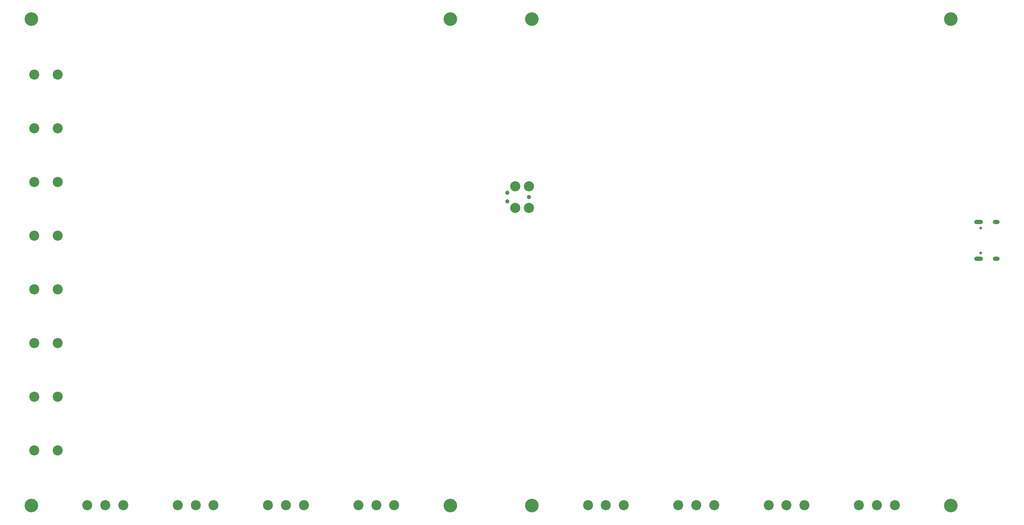
<source format=gbr>
%TF.GenerationSoftware,KiCad,Pcbnew,9.0.1*%
%TF.CreationDate,2025-06-20T14:08:42-04:00*%
%TF.ProjectId,LED-DriverPCB,4c45442d-4472-4697-9665-725043422e6b,rev?*%
%TF.SameCoordinates,Original*%
%TF.FileFunction,Soldermask,Bot*%
%TF.FilePolarity,Negative*%
%FSLAX46Y46*%
G04 Gerber Fmt 4.6, Leading zero omitted, Abs format (unit mm)*
G04 Created by KiCad (PCBNEW 9.0.1) date 2025-06-20 14:08:42*
%MOMM*%
%LPD*%
G01*
G04 APERTURE LIST*
%ADD10C,2.362200*%
%ADD11C,3.200000*%
%ADD12C,2.374900*%
%ADD13C,0.990600*%
%ADD14C,0.650000*%
%ADD15O,2.100000X1.000000*%
%ADD16O,1.600000X1.000000*%
G04 APERTURE END LIST*
D10*
%TO.C,J16*%
X121250000Y-149459100D03*
X126749999Y-149459100D03*
%TD*%
%TO.C,J3*%
X280856599Y-200140900D03*
X276656600Y-200140900D03*
X272456601Y-200140900D03*
%TD*%
D11*
%TO.C,H5*%
X120500000Y-200300000D03*
%TD*%
D12*
%TO.C,J20*%
X237379000Y-130341000D03*
D13*
X237379000Y-127801000D03*
D12*
X237379000Y-125261000D03*
X234204000Y-130341000D03*
X234204000Y-125261000D03*
D13*
X232299000Y-128817000D03*
X232299000Y-126785000D03*
%TD*%
D14*
%TO.C,J9*%
X343460251Y-140881000D03*
X343460251Y-135101000D03*
D15*
X342930251Y-142311000D03*
D16*
X347110251Y-142311000D03*
D15*
X342930251Y-133671000D03*
D16*
X347110251Y-133671000D03*
%TD*%
D11*
%TO.C,H2*%
X218925000Y-86000000D03*
%TD*%
D10*
%TO.C,J6*%
X184518099Y-200140900D03*
X180318100Y-200140900D03*
X176118101Y-200140900D03*
%TD*%
D11*
%TO.C,H6*%
X218925000Y-200300000D03*
%TD*%
D10*
%TO.C,J18*%
X121250000Y-174695500D03*
X126749999Y-174695500D03*
%TD*%
%TO.C,J2*%
X302067599Y-200140900D03*
X297867600Y-200140900D03*
X293667601Y-200140900D03*
%TD*%
D11*
%TO.C,H8*%
X336475000Y-200300000D03*
%TD*%
D10*
%TO.C,J7*%
X163307099Y-200140900D03*
X159107100Y-200140900D03*
X154907101Y-200140900D03*
%TD*%
%TO.C,J17*%
X121250000Y-162077100D03*
X126749999Y-162077100D03*
%TD*%
%TO.C,J15*%
X121250000Y-136841100D03*
X126749999Y-136841100D03*
%TD*%
%TO.C,J8*%
X142096099Y-200140900D03*
X137896100Y-200140900D03*
X133696101Y-200140900D03*
%TD*%
D11*
%TO.C,H7*%
X238050000Y-200300000D03*
%TD*%
%TO.C,H1*%
X120500000Y-86000000D03*
%TD*%
D10*
%TO.C,J19*%
X121250000Y-187313500D03*
X126749999Y-187313500D03*
%TD*%
%TO.C,J4*%
X259645599Y-200140900D03*
X255445600Y-200140900D03*
X251245601Y-200140900D03*
%TD*%
%TO.C,J12*%
X121250000Y-98986500D03*
X126749999Y-98986500D03*
%TD*%
%TO.C,J13*%
X121250000Y-111604500D03*
X126749999Y-111604500D03*
%TD*%
D11*
%TO.C,H3*%
X238050000Y-86000000D03*
%TD*%
%TO.C,H4*%
X336475000Y-86000000D03*
%TD*%
D10*
%TO.C,J14*%
X121250000Y-124223100D03*
X126749999Y-124223100D03*
%TD*%
%TO.C,J1*%
X323278599Y-200140900D03*
X319078600Y-200140900D03*
X314878601Y-200140900D03*
%TD*%
%TO.C,J5*%
X205729099Y-200140900D03*
X201529100Y-200140900D03*
X197329101Y-200140900D03*
%TD*%
M02*

</source>
